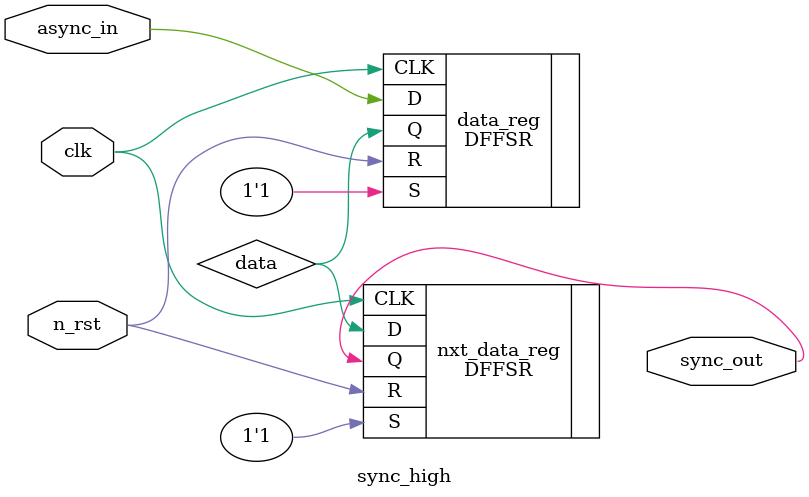
<source format=v>


module sync_high ( clk, n_rst, async_in, sync_out );
  input clk, n_rst, async_in;
  output sync_out;
  wire   data;

  DFFSR data_reg ( .D(async_in), .CLK(clk), .R(n_rst), .S(1'b1), .Q(data) );
  DFFSR nxt_data_reg ( .D(data), .CLK(clk), .R(n_rst), .S(1'b1), .Q(sync_out)
         );
endmodule


</source>
